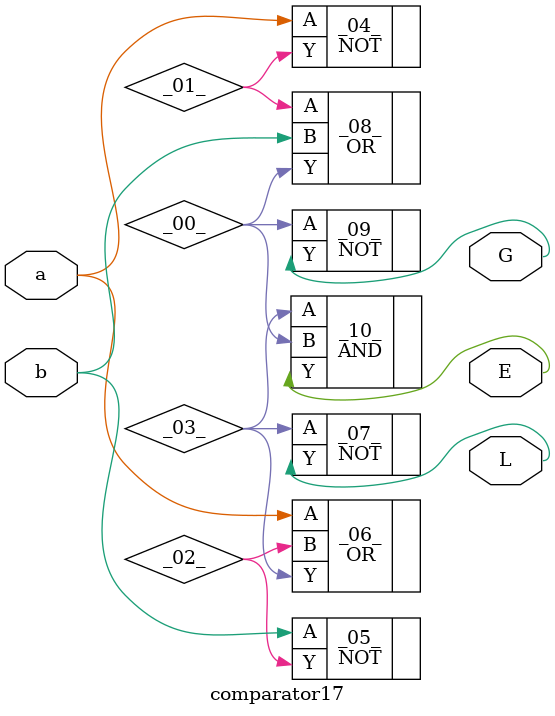
<source format=v>
/* Generated by Yosys 0.41+83 (git sha1 7045cf509, x86_64-w64-mingw32-g++ 13.2.1 -Os) */

/* cells_not_processed =  1  */
/* src = "comparator17.v:1.1-10.10" */
module comparator17(a, b, L, E, G);
  wire _00_;
  wire _01_;
  wire _02_;
  wire _03_;
  /* src = "comparator17.v:3.11-3.12" */
  output E;
  wire E;
  /* src = "comparator17.v:3.14-3.15" */
  output G;
  wire G;
  /* src = "comparator17.v:3.8-3.9" */
  output L;
  wire L;
  /* src = "comparator17.v:2.7-2.8" */
  input a;
  wire a;
  /* src = "comparator17.v:2.10-2.11" */
  input b;
  wire b;
  NOT _04_ (
    .A(a),
    .Y(_01_)
  );
  NOT _05_ (
    .A(b),
    .Y(_02_)
  );
  OR _06_ (
    .A(a),
    .B(_02_),
    .Y(_03_)
  );
  NOT _07_ (
    .A(_03_),
    .Y(L)
  );
  OR _08_ (
    .A(_01_),
    .B(b),
    .Y(_00_)
  );
  NOT _09_ (
    .A(_00_),
    .Y(G)
  );
  AND _10_ (
    .A(_03_),
    .B(_00_),
    .Y(E)
  );
endmodule

</source>
